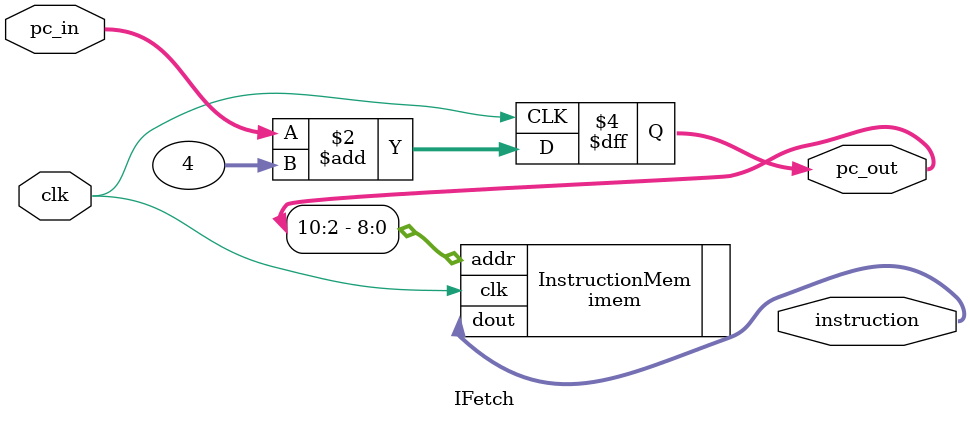
<source format=sv>
`include "../PipelineRegs.sv"
module IFetch(
	input clk,
	input logic [31:0] pc_in,
	output logic [31:0] pc_out,
	output logic [31:0] instruction 
	);
	
	initial begin
		pc_out <= 32'b0;
	end
	
	always @(posedge clk) begin
		pc_out<= pc_in +4;
	end

	imem InstructionMem(
		.clk(clk),
		.addr(pc_out[10:2]),
		.dout(instruction)
	);

endmodule

</source>
